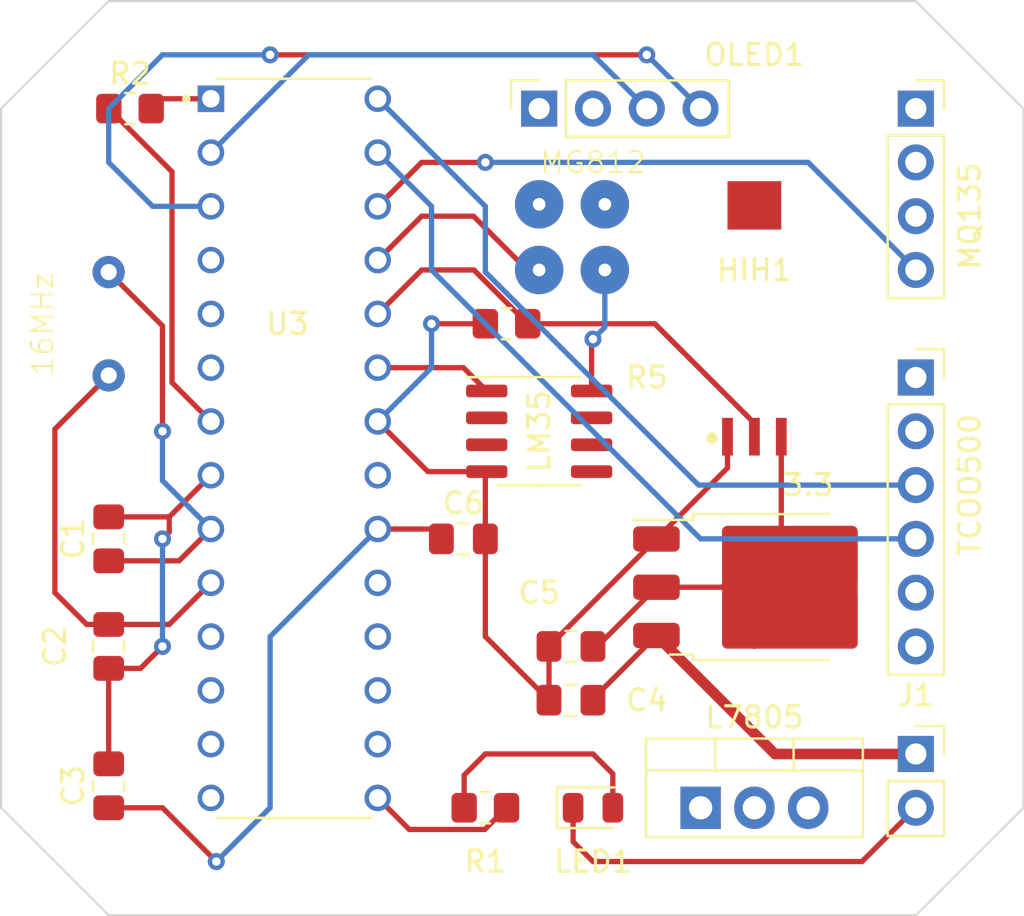
<source format=kicad_pcb>
(kicad_pcb (version 20221018) (generator pcbnew)
  (layers (0 "F.Cu" signal) (1 "In1.Cu" power "GND") (2 "In2.Cu" power "PWR") (31 "B.Cu" signal "Outputs") (34 "B.Paste" user) (35 "F.Paste" user) (36 "B.SilkS" user "B.Silkscreen") (37 "F.SilkS" user "F.Silkscreen") (38 "B.Mask" user) (39 "F.Mask" user) (44 "Edge.Cuts" user))
  (net 0 "")
  (net 1 "Net-(U3-PB6(PCINT6{slash}XTAL1{slash}TOSC1))")
  (net 2 "Net-(U3-PB7(PCINT7{slash}XTAL2{slash}TOSC2))")
  (net 3 "/5V_PWR")
  (net 4 "/3V_PWR")
  (net 5 "/PWR")
  (net 6 "Net-(U3-PB1(OC1A{slash}PCINT1))")
  (net 7 "Net-(U3-PC6(PCINT14{slash}~{RESET}))")
  (net 8 "/Humidity_Out")
  (net 10 "Net-(OLED1-SCK)")
  (net 11 "Net-(OLED1-SDA)")
  (net 18 "/Temp_Out")
  (net 19 "/Co2_Out")
  (net 20 "/AirPoll_Out")
  (net 22 "Net-(TCOO500-SCL)")
  (net 23 "Net-(TCOO500-SDA)")
  (net 24 "Net-(LED1-A)")
  (net 30 "/GND")
  (footprint "Package_SO:SOIC-8_3.9x4.9mm_P1.27mm" (layer "F.Cu") (at 160.02 81.28)
    (fp_text reference "LM35" (at 0 0 270) (layer "F.SilkS"))
    (fp_text value "LM35-D")
    (fp_line (start 0 -2.56) (end -3.45 -2.56) (stroke (width 0.12)) (layer "F.SilkS"))
    (fp_line (start 0 -2.56) (end 1.95 -2.56) (stroke (width 0.12)) (layer "F.SilkS"))
    (fp_line (start 0 2.56) (end -1.95 2.56) (stroke (width 0.12)) (layer "F.SilkS"))
    (fp_line (start 0 2.56) (end 1.95 2.56) (stroke (width 0.12)) (layer "F.SilkS"))
    (pad "1" smd roundrect locked (at -2.475 -1.905) (size 1.95 0.6) (layers "F.Cu" "F.Paste" "F.Mask") (net 18 "/Temp_Out"))
    (pad "2" smd roundrect locked (at -2.475 -0.635) (size 1.95 0.6) (layers "F.Cu" "F.Paste" "F.Mask"))
    (pad "3" smd roundrect locked (at -2.475 0.635) (size 1.95 0.6) (layers "F.Cu" "F.Paste" "F.Mask"))
    (pad "4" smd roundrect locked (at -2.475 1.905) (size 1.95 0.6) (layers "F.Cu" "F.Paste" "F.Mask") (net 30 "/GND"))
    (pad "5" smd roundrect locked (at 2.475 1.905) (size 1.95 0.6) (layers "F.Cu" "F.Paste" "F.Mask"))
    (pad "6" smd roundrect locked (at 2.475 0.635) (size 1.95 0.6) (layers "F.Cu" "F.Paste" "F.Mask"))
    (pad "7" smd roundrect locked (at 2.475 -0.635) (size 1.95 0.6) (layers "F.Cu" "F.Paste" "F.Mask"))
    (pad "8" smd roundrect locked (at 2.475 -1.905) (size 1.95 0.6) (layers "F.Cu" "F.Paste" "F.Mask") (net 3 "/5V_PWR"))
  )
  (footprint "LED_SMD:LED_0805_2012Metric" (layer "F.Cu") (at 162.56 99.06)
    (fp_text reference "LED1" (at 0 2.54) (layer "F.SilkS"))
    (fp_text value "LED")
    (fp_line (start -1.685 -0.96) (end -1.685 0.96) (stroke (width 0.12)) (layer "F.SilkS"))
    (fp_line (start -1.685 0.96) (end 1 0.96) (stroke (width 0.12)) (layer "F.SilkS"))
    (fp_line (start 1 -0.96) (end -1.685 -0.96) (stroke (width 0.12)) (layer "F.SilkS"))
    (pad "1" smd roundrect locked (at -0.9375 0) (size 0.975 1.4) (layers "F.Cu" "F.Paste" "F.Mask") (net 30 "/GND"))
    (pad "2" smd roundrect locked (at 0.9375 0) (size 0.975 1.4) (layers "F.Cu" "F.Paste" "F.Mask") (net 24 "Net-(LED1-A)"))
  )
  (footprint "Capacitor_SMD:C_0805_2012Metric_Pad1.18x1.45mm_HandSolder" (layer "F.Cu") (at 139.7 91.44 -90)
    (fp_text reference "C2" (at 0 2.54 90) (layer "F.SilkS"))
    (fp_text value "22p")
    (fp_line (start -0.261252 -0.735) (end 0.261252 -0.735) (stroke (width 0.12)) (layer "F.SilkS"))
    (fp_line (start -0.261252 0.735) (end 0.261252 0.735) (stroke (width 0.12)) (layer "F.SilkS"))
    (pad "1" smd roundrect locked (at -1.0375 0 270) (size 1.175 1.45) (layers "F.Cu" "F.Paste" "F.Mask") (roundrect_rratio 0.2127659574) (net 2 "Net-(U3-PB7(PCINT7{slash}XTAL2{slash}TOSC2))"))
    (pad "2" smd roundrect locked (at 1.0375 0 270) (size 1.175 1.45) (layers "F.Cu" "F.Paste" "F.Mask") (roundrect_rratio 0.2127659574) (net 30 "/GND"))
  )
  (footprint "Package_TO_SOT_SMD:TO-252-3_TabPin2" (layer "F.Cu") (at 170.595 88.645)
    (fp_text reference "3.3" (at 2.125 -4.825 180) (layer "F.SilkS"))
    (fp_text value "LM1117DT-3.3")
    (fp_line (start -3.31 -3.45) (end -3.31 -3.18) (stroke (width 0.12)) (layer "F.SilkS"))
    (fp_line (start -3.31 -3.18) (end -6.14 -3.18) (stroke (width 0.12)) (layer "F.SilkS"))
    (fp_line (start -3.31 3.18) (end -4.41 3.18) (stroke (width 0.12)) (layer "F.SilkS"))
    (fp_line (start -3.31 3.45) (end -3.31 3.18) (stroke (width 0.12)) (layer "F.SilkS"))
    (fp_line (start 3.11 -3.45) (end -3.31 -3.45) (stroke (width 0.12)) (layer "F.SilkS"))
    (fp_line (start 3.11 3.45) (end -3.31 3.45) (stroke (width 0.12)) (layer "F.SilkS"))
    (pad "1" smd roundrect locked (at -5.04 -2.28) (size 2.2 1.2) (layers "F.Cu" "F.Paste" "F.Mask") (roundrect_rratio 0.2083333333) (net 30 "/GND"))
    (pad "2" smd roundrect locked (at -5.04 0) (size 2.2 1.2) (layers "F.Cu" "F.Paste" "F.Mask") (roundrect_rratio 0.2083333333) (net 4 "/3V_PWR"))
    (pad "2" smd roundrect locked (at -0.415 -1.525) (size 3.05 2.75) (layers "F.Cu" "F.Paste") (roundrect_rratio 0.09090909091) (net 4 "/3V_PWR"))
    (pad "2" smd roundrect locked (at -0.415 1.525) (size 3.05 2.75) (layers "F.Cu" "F.Paste") (roundrect_rratio 0.09090909091) (net 4 "/3V_PWR"))
    (pad "2" smd roundrect locked (at 1.26 0) (size 6.4 5.8) (layers "F.Cu" "F.Mask") (roundrect_rratio 0.04310293103) (net 4 "/3V_PWR"))
    (pad "2" smd roundrect locked (at 2.935 -1.525) (size 3.05 2.75) (layers "F.Cu" "F.Paste") (roundrect_rratio 0.09090909091) (net 4 "/3V_PWR"))
    (pad "2" smd roundrect locked (at 2.935 1.525) (size 3.05 2.75) (layers "F.Cu" "F.Paste") (roundrect_rratio 0.09090909091) (net 4 "/3V_PWR"))
    (pad "3" smd roundrect locked (at -5.04 2.28) (size 2.2 1.2) (layers "F.Cu" "F.Paste" "F.Mask") (roundrect_rratio 0.2083333333) (net 5 "/PWR"))
  )
  (footprint "Capacitor_SMD:C_0805_2012Metric_Pad1.18x1.45mm_HandSolder" (layer "F.Cu") (at 156.4425 86.36)
    (fp_text reference "C6" (at 0 -1.68) (layer "F.SilkS"))
    (fp_text value "100n")
    (fp_line (start -0.261252 -0.735) (end 0.261252 -0.735) (stroke (width 0.12)) (layer "F.SilkS"))
    (fp_line (start -0.261252 0.735) (end 0.261252 0.735) (stroke (width 0.12)) (layer "F.SilkS"))
    (pad "1" smd roundrect locked (at -1.0375 0) (size 1.175 1.45) (layers "F.Cu" "F.Paste" "F.Mask") (roundrect_rratio 0.2127659574) (net 3 "/5V_PWR"))
    (pad "2" smd roundrect locked (at 1.0375 0) (size 1.175 1.45) (layers "F.Cu" "F.Paste" "F.Mask") (roundrect_rratio 0.2127659574) (net 30 "/GND"))
  )
  (footprint "Connector_PinSocket_2.54mm:PinSocket_1x02_P2.54mm_Vertical" (layer "F.Cu") (at 177.8 96.52)
    (fp_text reference "J1" (at 0 -2.77) (layer "F.SilkS"))
    (fp_text value "Conn_01x02_Socket")
    (fp_line (start -1.33 1.27) (end -1.33 3.87) (stroke (width 0.12)) (layer "F.SilkS"))
    (fp_line (start -1.33 1.27) (end 1.33 1.27) (stroke (width 0.12)) (layer "F.SilkS"))
    (fp_line (start -1.33 3.87) (end 1.33 3.87) (stroke (width 0.12)) (layer "F.SilkS"))
    (fp_line (start 0 -1.33) (end 1.33 -1.33) (stroke (width 0.12)) (layer "F.SilkS"))
    (fp_line (start 1.33 -1.33) (end 1.33 0) (stroke (width 0.12)) (layer "F.SilkS"))
    (fp_line (start 1.33 1.27) (end 1.33 3.87) (stroke (width 0.12)) (layer "F.SilkS"))
    (pad "1" thru_hole rect locked (at 0 0) (size 1.7 1.7) (drill 1) (layers "*.Cu" "*.Mask") (net 5 "/PWR"))
    (pad "2" thru_hole oval locked (at 0 2.54) (size 1.7 1.7) (drill 1) (layers "*.Cu" "*.Mask") (net 30 "/GND"))
  )
  (footprint "ATMEGA328-PU:DIP787W46P254L3467H508Q28" (layer "F.Cu") (at 148.463 82.085)
    (fp_text reference "U3" (at -0.325 -5.885) (layer "F.SilkS"))
    (fp_text value "ATMEGA328-PU")
    (fp_line (start -3.6195 -17.455) (end 3.6195 -17.455) (stroke (width 0.127)) (layer "F.SilkS"))
    (fp_line (start -3.6195 17.455) (end 3.6195 17.455) (stroke (width 0.127)) (layer "F.SilkS"))
    (fp_circle (center -5.1 -16.51) (end -5 -16.51) (stroke (width 0.2)) (fill none) (layer "F.SilkS"))
    (pad "1" thru_hole rect locked (at -3.937 -16.51) (size 1.25 1.25) (drill 0.83) (layers "*.Cu" "*.Mask") (net 7 "Net-(U3-PC6(PCINT14{slash}~{RESET}))"))
    (pad "2" thru_hole circle locked (at -3.937 -13.97) (size 1.25 1.25) (drill 0.83) (layers "*.Cu" "*.Mask") (net 10 "Net-(OLED1-SCK)"))
    (pad "3" thru_hole circle locked (at -3.937 -11.43) (size 1.25 1.25) (drill 0.83) (layers "*.Cu" "*.Mask") (net 11 "Net-(OLED1-SDA)"))
    (pad "4" thru_hole circle locked (at -3.937 -8.89) (size 1.25 1.25) (drill 0.83) (layers "*.Cu" "*.Mask"))
    (pad "5" thru_hole circle locked (at -3.937 -6.35) (size 1.25 1.25) (drill 0.83) (layers "*.Cu" "*.Mask"))
    (pad "6" thru_hole circle locked (at -3.937 -3.81) (size 1.25 1.25) (drill 0.83) (layers "*.Cu" "*.Mask"))
    (pad "7" thru_hole circle locked (at -3.937 -1.27) (size 1.25 1.25) (drill 0.83) (layers "*.Cu" "*.Mask") (net 3 "/5V_PWR"))
    (pad "8" thru_hole circle locked (at -3.937 1.27) (size 1.25 1.25) (drill 0.83) (layers "*.Cu" "*.Mask") (net 30 "/GND"))
    (pad "9" thru_hole circle locked (at -3.937 3.81) (size 1.25 1.25) (drill 0.83) (layers "*.Cu" "*.Mask") (net 1 "Net-(U3-PB6(PCINT6{slash}XTAL1{slash}TOSC1))"))
    (pad "10" thru_hole circle locked (at -3.937 6.35) (size 1.25 1.25) (drill 0.83) (layers "*.Cu" "*.Mask") (net 2 "Net-(U3-PB7(PCINT7{slash}XTAL2{slash}TOSC2))"))
    (pad "11" thru_hole circle locked (at -3.937 8.89) (size 1.25 1.25) (drill 0.83) (layers "*.Cu" "*.Mask"))
    (pad "12" thru_hole circle locked (at -3.937 11.43) (size 1.25 1.25) (drill 0.83) (layers "*.Cu" "*.Mask"))
    (pad "13" thru_hole circle locked (at -3.937 13.97) (size 1.25 1.25) (drill 0.83) (layers "*.Cu" "*.Mask"))
    (pad "14" thru_hole circle locked (at -3.937 16.51) (size 1.25 1.25) (drill 0.83) (layers "*.Cu" "*.Mask"))
    (pad "15" thru_hole circle locked (at 3.937 16.51) (size 1.25 1.25) (drill 0.83) (layers "*.Cu" "*.Mask") (net 6 "Net-(U3-PB1(OC1A{slash}PCINT1))"))
    (pad "16" thru_hole circle locked (at 3.937 13.97) (size 1.25 1.25) (drill 0.83) (layers "*.Cu" "*.Mask"))
    (pad "17" thru_hole circle locked (at 3.937 11.43) (size 1.25 1.25) (drill 0.83) (layers "*.Cu" "*.Mask"))
    (pad "18" thru_hole circle locked (at 3.937 8.89) (size 1.25 1.25) (drill 0.83) (layers "*.Cu" "*.Mask"))
    (pad "19" thru_hole circle locked (at 3.937 6.35) (size 1.25 1.25) (drill 0.83) (layers "*.Cu" "*.Mask"))
    (pad "20" thru_hole circle locked (at 3.937 3.81) (size 1.25 1.25) (drill 0.83) (layers "*.Cu" "*.Mask") (net 3 "/5V_PWR"))
    (pad "21" thru_hole circle locked (at 3.937 1.27) (size 1.25 1.25) (drill 0.83) (layers "*.Cu" "*.Mask") (net 3 "/5V_PWR"))
    (pad "22" thru_hole circle locked (at 3.937 -1.27) (size 1.25 1.25) (drill 0.83) (layers "*.Cu" "*.Mask") (net 30 "/GND"))
    (pad "23" thru_hole circle locked (at 3.937 -3.81) (size 1.25 1.25) (drill 0.83) (layers "*.Cu" "*.Mask") (net 18 "/Temp_Out"))
    (pad "24" thru_hole circle locked (at 3.937 -6.35) (size 1.25 1.25) (drill 0.83) (layers "*.Cu" "*.Mask") (net 8 "/Humidity_Out"))
    (pad "25" thru_hole circle locked (at 3.937 -8.89) (size 1.25 1.25) (drill 0.83) (layers "*.Cu" "*.Mask") (net 19 "/Co2_Out"))
    (pad "26" thru_hole circle locked (at 3.937 -11.43) (size 1.25 1.25) (drill 0.83) (layers "*.Cu" "*.Mask") (net 20 "/AirPoll_Out"))
    (pad "27" thru_hole circle locked (at 3.937 -13.97) (size 1.25 1.25) (drill 0.83) (layers "*.Cu" "*.Mask") (net 23 "Net-(TCOO500-SDA)"))
    (pad "28" thru_hole circle locked (at 3.937 -16.51) (size 1.25 1.25) (drill 0.83) (layers "*.Cu" "*.Mask") (net 22 "Net-(TCOO500-SCL)"))
  )
  (footprint "Connector_PinSocket_2.54mm:PinSocket_1x04_P2.54mm_Vertical" (layer "F.Cu") (at 160.02 66.04 90)
    (fp_text reference "OLED1" (at 2.54 10.16 180) (layer "F.SilkS"))
    (fp_text value "~")
    (fp_line (start -1.33 1.27) (end -1.33 8.95) (stroke (width 0.12)) (layer "F.SilkS"))
    (fp_line (start -1.33 1.27) (end 1.33 1.27) (stroke (width 0.12)) (layer "F.SilkS"))
    (fp_line (start -1.33 8.95) (end 1.33 8.95) (stroke (width 0.12)) (layer "F.SilkS"))
    (fp_line (start 0 -1.33) (end 1.33 -1.33) (stroke (width 0.12)) (layer "F.SilkS"))
    (fp_line (start 1.33 -1.33) (end 1.33 0) (stroke (width 0.12)) (layer "F.SilkS"))
    (fp_line (start 1.33 1.27) (end 1.33 8.95) (stroke (width 0.12)) (layer "F.SilkS"))
    (pad "1" thru_hole rect locked (at 0 0 90) (size 1.7 1.7) (drill 1) (layers "*.Cu" "*.Mask") (net 30 "/GND"))
    (pad "2" thru_hole oval locked (at 0 2.54 90) (size 1.7 1.7) (drill 1) (layers "*.Cu" "*.Mask") (net 3 "/5V_PWR"))
    (pad "3" thru_hole oval locked (at 0 5.08 90) (size 1.7 1.7) (drill 1) (layers "*.Cu" "*.Mask") (net 10 "Net-(OLED1-SCK)"))
    (pad "4" thru_hole oval locked (at 0 7.62 90) (size 1.7 1.7) (drill 1) (layers "*.Cu" "*.Mask") (net 11 "Net-(OLED1-SDA)"))
  )
  (footprint "Package_TO_SOT_THT:TO-220-3_Vertical" (layer "F.Cu") (at 167.64 99.06)
    (fp_text reference "L7805" (at 2.54 -4.27) (layer "F.SilkS"))
    (fp_text value "L7805")
    (fp_line (start -2.58 -3.27) (end -2.58 1.371) (stroke (width 0.12)) (layer "F.SilkS"))
    (fp_line (start -2.58 -3.27) (end 7.66 -3.27) (stroke (width 0.12)) (layer "F.SilkS"))
    (fp_line (start -2.58 -1.76) (end 7.66 -1.76) (stroke (width 0.12)) (layer "F.SilkS"))
    (fp_line (start -2.58 1.371) (end 7.66 1.371) (stroke (width 0.12)) (layer "F.SilkS"))
    (fp_line (start 0.69 -3.27) (end 0.69 -1.76) (stroke (width 0.12)) (layer "F.SilkS"))
    (fp_line (start 4.391 -3.27) (end 4.391 -1.76) (stroke (width 0.12)) (layer "F.SilkS"))
    (fp_line (start 7.66 -3.27) (end 7.66 1.371) (stroke (width 0.12)) (layer "F.SilkS"))
    (pad "1" thru_hole rect locked (at 0 0) (size 1.905 2) (drill 1.1) (layers "*.Cu" "*.Mask") (net 5 "/PWR"))
    (pad "2" thru_hole oval locked (at 2.54 0) (size 1.905 2) (drill 1.1) (layers "*.Cu" "*.Mask") (net 30 "/GND"))
    (pad "3" thru_hole oval locked (at 5.08 0) (size 1.905 2) (drill 1.1) (layers "*.Cu" "*.Mask") (net 3 "/5V_PWR"))
  )
  (footprint "Resistor_SMD:R_0805_2012Metric_Pad1.20x1.40mm_HandSolder" (layer "F.Cu") (at 158.48 76.2)
    (fp_text reference "R5" (at 6.62 2.54 180) (layer "F.SilkS"))
    (fp_text value "65k")
    (fp_line (start -0.227064 -0.735) (end 0.227064 -0.735) (stroke (width 0.12)) (layer "F.SilkS"))
    (fp_line (start -0.227064 0.735) (end 0.227064 0.735) (stroke (width 0.12)) (layer "F.SilkS"))
    (pad "1" smd roundrect locked (at -1 0) (size 1.2 1.4) (layers "F.Cu" "F.Paste" "F.Mask") (roundrect_rratio 0.2083333333) (net 30 "/GND"))
    (pad "2" smd roundrect locked (at 1 0) (size 1.2 1.4) (layers "F.Cu" "F.Paste" "F.Mask") (roundrect_rratio 0.2083333333) (net 8 "/Humidity_Out"))
  )
  (footprint "Capacitor_SMD:C_0805_2012Metric_Pad1.18x1.45mm_HandSolder" (layer "F.Cu") (at 161.5225 93.98 180)
    (fp_text reference "C4" (at -3.5775 0) (layer "F.SilkS"))
    (fp_text value "10u")
    (fp_line (start -0.261252 -0.735) (end 0.261252 -0.735) (stroke (width 0.12)) (layer "F.SilkS"))
    (fp_line (start -0.261252 0.735) (end 0.261252 0.735) (stroke (width 0.12)) (layer "F.SilkS"))
    (pad "1" smd roundrect locked (at -1.0375 0 180) (size 1.175 1.45) (layers "F.Cu" "F.Paste" "F.Mask") (roundrect_rratio 0.2127659574) (net 5 "/PWR"))
    (pad "2" smd roundrect locked (at 1.0375 0 180) (size 1.175 1.45) (layers "F.Cu" "F.Paste" "F.Mask") (roundrect_rratio 0.2127659574) (net 30 "/GND"))
  )
  (footprint "Capacitor_SMD:C_0805_2012Metric_Pad1.18x1.45mm_HandSolder" (layer "F.Cu") (at 139.7 86.36 90)
    (fp_text reference "C1" (at 0 -1.68 90) (layer "F.SilkS"))
    (fp_text value "22p")
    (fp_line (start -0.261252 -0.735) (end 0.261252 -0.735) (stroke (width 0.12)) (layer "F.SilkS"))
    (fp_line (start -0.261252 0.735) (end 0.261252 0.735) (stroke (width 0.12)) (layer "F.SilkS"))
    (pad "1" smd roundrect locked (at -1.0375 0 90) (size 1.175 1.45) (layers "F.Cu" "F.Paste" "F.Mask") (roundrect_rratio 0.2127659574) (net 1 "Net-(U3-PB6(PCINT6{slash}XTAL1{slash}TOSC1))"))
    (pad "2" smd roundrect locked (at 1.0375 0 90) (size 1.175 1.45) (layers "F.Cu" "F.Paste" "F.Mask") (roundrect_rratio 0.2127659574) (net 30 "/GND"))
  )
  (footprint "16Mhz_new:16MHzbygiri" (layer "F.Cu") (at 139.7 76.2 90)
    (fp_text reference "16MHZ_C1" hide)
    (fp_text value "~")
    (fp_text user "16MHz" (at -2.54 -2.54 90 unlocked) (layer "F.SilkS") (effects (font (thickness 0.1)) (justify left bottom)))
    (pad "1" thru_hole oval locked (at -2.44 0 90) (size 1.524 1.524) (drill oval 0.762) (layers "*.Cu" "*.Mask") (net 2 "Net-(U3-PB7(PCINT7{slash}XTAL2{slash}TOSC2))"))
    (pad "2" thru_hole oval locked (at 2.44 0 90) (size 1.524 1.524) (drill oval 0.762) (layers "*.Cu" "*.Mask") (net 1 "Net-(U3-PB6(PCINT6{slash}XTAL1{slash}TOSC1))"))
  )
  (footprint "Capacitor_SMD:C_0805_2012Metric_Pad1.18x1.45mm_HandSolder" (layer "F.Cu") (at 161.5225 91.44 180)
    (fp_text reference "C5" (at 1.5025 2.54) (layer "F.SilkS"))
    (fp_text value "10u ")
    (fp_line (start -0.261252 -0.735) (end 0.261252 -0.735) (stroke (width 0.12)) (layer "F.SilkS"))
    (fp_line (start -0.261252 0.735) (end 0.261252 0.735) (stroke (width 0.12)) (layer "F.SilkS"))
    (pad "1" smd roundrect locked (at -1.0375 0 180) (size 1.175 1.45) (layers "F.Cu" "F.Paste" "F.Mask") (roundrect_rratio 0.2127659574) (net 4 "/3V_PWR"))
    (pad "2" smd roundrect locked (at 1.0375 0 180) (size 1.175 1.45) (layers "F.Cu" "F.Paste" "F.Mask") (roundrect_rratio 0.2127659574) (net 30 "/GND"))
  )
  (footprint "Resistor_SMD:R_0805_2012Metric_Pad1.20x1.40mm_HandSolder" (layer "F.Cu") (at 157.48 99.06)
    (fp_text reference "R1" (at 0 2.54) (layer "F.SilkS"))
    (fp_text value "100")
    (fp_line (start -0.227064 -0.735) (end 0.227064 -0.735) (stroke (width 0.12)) (layer "F.SilkS"))
    (fp_line (start -0.227064 0.735) (end 0.227064 0.735) (stroke (width 0.12)) (layer "F.SilkS"))
    (pad "1" smd roundrect locked (at -1 0) (size 1.2 1.4) (layers "F.Cu" "F.Paste" "F.Mask") (roundrect_rratio 0.2083333333) (net 24 "Net-(LED1-A)"))
    (pad "2" smd roundrect locked (at 1 0) (size 1.2 1.4) (layers "F.Cu" "F.Paste" "F.Mask") (roundrect_rratio 0.2083333333) (net 6 "Net-(U3-PB1(OC1A{slash}PCINT1))"))
  )
  (footprint "Resistor_SMD:R_0805_2012Metric_Pad1.20x1.40mm_HandSolder" (layer "F.Cu") (at 140.7075 66.04)
    (fp_text reference "R2" (at 0 -1.65) (layer "F.SilkS"))
    (fp_text value "10k")
    (fp_line (start -0.227064 -0.735) (end 0.227064 -0.735) (stroke (width 0.12)) (layer "F.SilkS"))
    (fp_line (start -0.227064 0.735) (end 0.227064 0.735) (stroke (width 0.12)) (layer "F.SilkS"))
    (pad "1" smd roundrect locked (at -1 0) (size 1.2 1.4) (layers "F.Cu" "F.Paste" "F.Mask") (roundrect_rratio 0.2083333333) (net 3 "/5V_PWR"))
    (pad "2" smd roundrect locked (at 1 0) (size 1.2 1.4) (layers "F.Cu" "F.Paste" "F.Mask") (roundrect_rratio 0.2083333333) (net 7 "Net-(U3-PC6(PCINT14{slash}~{RESET}))"))
  )
  (footprint "Capacitor_SMD:C_0805_2012Metric_Pad1.18x1.45mm_HandSolder" (layer "F.Cu") (at 139.7 98.0225 90)
    (fp_text reference "C3" (at 0 -1.68 90) (layer "F.SilkS"))
    (fp_text value "100u")
    (fp_line (start -0.261252 -0.735) (end 0.261252 -0.735) (stroke (width 0.12)) (layer "F.SilkS"))
    (fp_line (start -0.261252 0.735) (end 0.261252 0.735) (stroke (width 0.12)) (layer "F.SilkS"))
    (pad "1" smd roundrect locked (at -1.0375 0 90) (size 1.175 1.45) (layers "F.Cu" "F.Paste" "F.Mask") (roundrect_rratio 0.2127659574) (net 3 "/5V_PWR"))
    (pad "2" smd roundrect locked (at 1.0375 0 90) (size 1.175 1.45) (layers "F.Cu" "F.Paste" "F.Mask") (roundrect_rratio 0.2127659574) (net 30 "/GND"))
  )
  (footprint "Connector_PinSocket_2.54mm:PinSocket_1x06_P2.54mm_Vertical" (layer "F.Cu") (at 177.8 78.74)
    (fp_text reference "TCOO500" (at 2.54 5.08 90) (layer "F.SilkS"))
    (fp_text value "TC00500")
    (fp_line (start -1.33 1.27) (end -1.33 14.03) (stroke (width 0.12)) (layer "F.SilkS"))
    (fp_line (start -1.33 1.27) (end 1.33 1.27) (stroke (width 0.12)) (layer "F.SilkS"))
    (fp_line (start -1.33 14.03) (end 1.33 14.03) (stroke (width 0.12)) (layer "F.SilkS"))
    (fp_line (start 0 -1.33) (end 1.33 -1.33) (stroke (width 0.12)) (layer "F.SilkS"))
    (fp_line (start 1.33 -1.33) (end 1.33 0) (stroke (width 0.12)) (layer "F.SilkS"))
    (fp_line (start 1.33 1.27) (end 1.33 14.03) (stroke (width 0.12)) (layer "F.SilkS"))
    (pad "1" thru_hole rect locked (at 0 0) (size 1.7 1.7) (drill 1) (layers "*.Cu" "*.Mask"))
    (pad "2" thru_hole oval locked (at 0 2.54) (size 1.7 1.7) (drill 1) (layers "*.Cu" "*.Mask"))
    (pad "3" thru_hole oval locked (at 0 5.08) (size 1.7 1.7) (drill 1) (layers "*.Cu" "*.Mask") (net 22 "Net-(TCOO500-SCL)"))
    (pad "4" thru_hole oval locked (at 0 7.62) (size 1.7 1.7) (drill 1) (layers "*.Cu" "*.Mask") (net 23 "Net-(TCOO500-SDA)"))
    (pad "5" thru_hole oval locked (at 0 10.16) (size 1.7 1.7) (drill 1) (layers "*.Cu" "*.Mask") (net 3 "/5V_PWR"))
    (pad "6" thru_hole oval locked (at 0 12.7) (size 1.7 1.7) (drill 1) (layers "*.Cu" "*.Mask") (net 30 "/GND"))
  )
  (footprint "Connector_PinSocket_2.54mm:PinSocket_1x04_P2.54mm_Vertical" (layer "F.Cu") (at 177.8 66.04)
    (fp_text reference "MQ135" (at 2.54 5.08 90) (layer "F.SilkS"))
    (fp_text value "~")
    (fp_line (start -1.33 1.27) (end -1.33 8.95) (stroke (width 0.12)) (layer "F.SilkS"))
    (fp_line (start -1.33 1.27) (end 1.33 1.27) (stroke (width 0.12)) (layer "F.SilkS"))
    (fp_line (start -1.33 8.95) (end 1.33 8.95) (stroke (width 0.12)) (layer "F.SilkS"))
    (fp_line (start 0 -1.33) (end 1.33 -1.33) (stroke (width 0.12)) (layer "F.SilkS"))
    (fp_line (start 1.33 -1.33) (end 1.33 0) (stroke (width 0.12)) (layer "F.SilkS"))
    (fp_line (start 1.33 1.27) (end 1.33 8.95) (stroke (width 0.12)) (layer "F.SilkS"))
    (pad "1" thru_hole rect locked (at 0 0) (size 1.7 1.7) (drill 1) (layers "*.Cu" "*.Mask") (net 3 "/5V_PWR"))
    (pad "2" thru_hole oval locked (at 0 2.54) (size 1.7 1.7) (drill 1) (layers "*.Cu" "*.Mask") (net 30 "/GND"))
    (pad "3" thru_hole oval locked (at 0 5.08) (size 1.7 1.7) (drill 1) (layers "*.Cu" "*.Mask"))
    (pad "4" thru_hole oval locked (at 0 7.62) (size 1.7 1.7) (drill 1) (layers "*.Cu" "*.Mask") (net 20 "/AirPoll_Out"))
  )
  (footprint "HIH-5030-001:HONEYWELL_HIH-5030-001" (layer "F.Cu") (at 170.18 76.2)
    (fp_text reference "HIH1" (at 0 -2.54 180) (layer "F.SilkS") (effects (font (size 1.00285 1.00285))))
    (fp_text value "HIH-5030-001")
    (fp_circle (center -2 5.4) (end -1.86 5.4) (stroke (width 0.28)) (fill none) (layer "F.SilkS"))
    (pad "1" smd rect locked (at -1.27 5.335 90) (size 1.78 0.51) (layers "F.Cu" "F.Paste" "F.Mask") (net 30 "/GND"))
    (pad "2" smd rect locked (at 0 5.335 90) (size 1.78 0.51) (layers "F.Cu" "F.Paste" "F.Mask") (net 8 "/Humidity_Out"))
    (pad "3" smd rect locked (at 1.27 5.335 90) (size 1.78 0.51) (layers "F.Cu" "F.Paste" "F.Mask") (net 4 "/3V_PWR"))
    (pad "4" smd rect locked (at 0 -5.59) (size 2.54 2.29) (layers "F.Cu" "F.Paste" "F.Mask"))
  )
  (footprint "Mg812:MG812_co2" (layer "F.Cu") (at 161.57 72.11)
    (fp_text reference "MG812" (at 0.99 -3.53 unlocked) (layer "F.SilkS") (effects (font (thickness 0.1))))
    (fp_text value "~")
    (pad "1" thru_hole circle locked (at -1.55 -1.55) (size 2.286 2.286) (drill 0.6) (layers "*.Cu" "*.Mask") (net 3 "/5V_PWR"))
    (pad "2" thru_hole circle locked (at 1.55 -1.55) (size 2.286 2.286) (drill 0.6) (layers "*.Cu" "*.Mask") (net 30 "/GND"))
    (pad "3" thru_hole circle locked (at 1.55 1.55) (size 2.286 2.286) (drill 0.6) (layers "*.Cu" "*.Mask") (net 3 "/5V_PWR"))
    (pad "4" thru_hole circle locked (at -1.55 1.55) (size 2.286 2.286) (drill 0.6) (layers "*.Cu" "*.Mask") (net 19 "/Co2_Out"))
  )
  (gr_line locked (start 177.8 104.14) (end 182.88 99.06) (stroke (width 0.1)) (layer "Edge.Cuts"))
  (gr_line locked (start 177.8 60.96) (end 182.88 66.04) (stroke (width 0.1)) (layer "Edge.Cuts"))
  (gr_line locked (start 134.62 99.06) (end 134.62 66.04) (stroke (width 0.1)) (layer "Edge.Cuts"))
  (gr_line locked (start 182.88 66.04) (end 182.88 99.06) (stroke (width 0.1)) (layer "Edge.Cuts"))
  (gr_line locked (start 139.7 60.96) (end 177.8 60.96) (stroke (width 0.1)) (layer "Edge.Cuts"))
  (gr_line locked (start 177.8 104.14) (end 139.7 104.14) (stroke (width 0.1)) (layer "Edge.Cuts"))
  (gr_line locked (start 134.62 66.04) (end 139.7 60.96) (stroke (width 0.1)) (layer "Edge.Cuts"))
  (gr_line locked (start 139.7 104.14) (end 134.62 99.06) (stroke (width 0.1)) (layer "Edge.Cuts"))
  (segment locked (start 139.7 73.76) (end 142.24 76.3) (width 0.25) (layer "F.Cu") (net 1))
  (segment locked (start 139.7 87.3975) (end 143.0235 87.3975) (width 0.25) (layer "F.Cu") (net 1))
  (segment locked (start 142.24 76.3) (end 142.24 81.28) (width 0.25) (layer "F.Cu") (net 1))
  (segment locked (start 143.0235 87.3975) (end 144.526 85.895) (width 0.25) (layer "F.Cu") (net 1))
  (via locked (at 142.24 81.28) (size 0.8) (drill 0.4) (layers "F.Cu" "B.Cu") (net 1))
  (segment locked (start 142.24 81.28) (end 142.24 83.609) (width 0.25) (layer "B.Cu") (net 1))
  (segment locked (start 142.24 83.609) (end 144.526 85.895) (width 0.25) (layer "B.Cu") (net 1))
  (segment locked (start 138.6625 90.4025) (end 139.7 90.4025) (width 0.25) (layer "F.Cu") (net 2))
  (segment locked (start 139.7 78.64) (end 137.16 81.18) (width 0.25) (layer "F.Cu") (net 2))
  (segment locked (start 137.16 88.9) (end 138.6625 90.4025) (width 0.25) (layer "F.Cu") (net 2))
  (segment locked (start 142.5585 90.4025) (end 144.526 88.435) (width 0.25) (layer "F.Cu") (net 2))
  (segment locked (start 139.7 90.4025) (end 142.5585 90.4025) (width 0.25) (layer "F.Cu") (net 2))
  (segment locked (start 137.16 81.18) (end 137.16 88.9) (width 0.25) (layer "F.Cu") (net 2))
  (segment locked (start 144.78 101.6) (end 142.24 99.06) (width 0.25) (layer "F.Cu") (net 3))
  (segment locked (start 142.24 99.06) (end 139.7 99.06) (width 0.25) (layer "F.Cu") (net 3))
  (segment locked (start 162.495 79.375) (end 162.495 76.99) (width 0.25) (layer "F.Cu") (net 3))
  (segment locked (start 142.69 78.979) (end 144.526 80.815) (width 0.25) (layer "F.Cu") (net 3))
  (segment locked (start 162.495 76.99) (end 162.56 76.925) (width 0.25) (layer "F.Cu") (net 3))
  (segment locked (start 142.69 69.0225) (end 142.69 78.979) (width 0.25) (layer "F.Cu") (net 3))
  (segment locked (start 139.7075 66.04) (end 142.69 69.0225) (width 0.25) (layer "F.Cu") (net 3))
  (segment locked (start 152.4 85.895) (end 154.94 85.895) (width 0.25) (layer "F.Cu") (net 3))
  (segment locked (start 154.94 85.895) (end 155.405 86.36) (width 0.25) (layer "F.Cu") (net 3))
  (via locked (at 162.56 76.925) (size 0.8) (drill 0.4) (layers "F.Cu" "B.Cu") (net 3))
  (via locked (at 144.78 101.6) (size 0.8) (drill 0.4) (layers "F.Cu" "B.Cu") (net 3))
  (segment locked (start 163.12 76.365) (end 163.12 73.66) (width 0.25) (layer "B.Cu") (net 3))
  (segment locked (start 147.32 91.44) (end 147.32 99.06) (width 0.25) (layer "B.Cu") (net 3))
  (segment locked (start 152.4 85.895) (end 147.32 90.975) (width 0.25) (layer "B.Cu") (net 3))
  (segment locked (start 162.56 76.925) (end 163.12 76.365) (width 0.25) (layer "B.Cu") (net 3))
  (segment locked (start 147.32 90.975) (end 147.32 91.44) (width 0.25) (layer "B.Cu") (net 3))
  (segment locked (start 147.32 99.06) (end 144.78 101.6) (width 0.25) (layer "B.Cu") (net 3))
  (segment locked (start 171.45 81.535) (end 171.45 85.85) (width 0.25) (layer "F.Cu") (net 4))
  (segment locked (start 168.655 88.645) (end 170.18 87.12) (width 0.25) (layer "F.Cu") (net 4))
  (segment locked (start 171.45 85.85) (end 170.18 87.12) (width 0.25) (layer "F.Cu") (net 4))
  (segment locked (start 162.56 91.44) (end 162.76 91.44) (width 0.25) (layer "F.Cu") (net 4))
  (segment locked (start 170.18 91.44) (end 170.18 90.17) (width 0.25) (layer "F.Cu") (net 4))
  (segment locked (start 162.76 91.44) (end 165.555 88.645) (width 0.25) (layer "F.Cu") (net 4))
  (segment locked (start 165.555 88.645) (end 168.655 88.645) (width 0.25) (layer "F.Cu") (net 4))
  (segment locked (start 162.56 93.98) (end 162.56 93.92) (width 0.25) (layer "F.Cu") (net 5))
  (segment locked (start 162.56 93.92) (end 165.555 90.925) (width 0.25) (layer "F.Cu") (net 5))
  (segment locked (start 165.555 90.925) (end 171.15 96.52) (width 0.5) (layer "F.Cu") (net 5))
  (segment locked (start 171.15 96.52) (end 177.8 96.52) (width 0.5) (layer "F.Cu") (net 5))
  (segment locked (start 157.455 100.085) (end 158.48 99.06) (width 0.25) (layer "F.Cu") (net 6))
  (segment locked (start 152.4 98.595) (end 153.89 100.085) (width 0.25) (layer "F.Cu") (net 6))
  (segment locked (start 153.89 100.085) (end 157.455 100.085) (width 0.25) (layer "F.Cu") (net 6))
  (segment locked (start 142.1725 65.575) (end 141.7075 66.04) (width 0.25) (layer "F.Cu") (net 7))
  (segment locked (start 144.526 65.575) (end 142.1725 65.575) (width 0.25) (layer "F.Cu") (net 7))
  (segment locked (start 144.061 66.04) (end 144.526 65.575) (width 0.25) (layer "F.Cu") (net 7))
  (segment locked (start 156.94 73.66) (end 154.475 73.66) (width 0.25) (layer "F.Cu") (net 8))
  (segment locked (start 170.18 80.9) (end 165.48 76.2) (width 0.25) (layer "F.Cu") (net 8))
  (segment locked (start 165.48 76.2) (end 159.48 76.2) (width 0.25) (layer "F.Cu") (net 8))
  (segment locked (start 170.18 81.535) (end 170.18 80.9) (width 0.25) (layer "F.Cu") (net 8))
  (segment locked (start 159.48 76.2) (end 156.94 73.66) (width 0.25) (layer "F.Cu") (net 8))
  (segment locked (start 154.475 73.66) (end 152.4 75.735) (width 0.25) (layer "F.Cu") (net 8))
  (segment locked (start 165.1 66.04) (end 162.56 63.5) (width 0.25) (layer "B.Cu") (net 10))
  (segment locked (start 149.141 63.5) (end 144.526 68.115) (width 0.25) (layer "B.Cu") (net 10))
  (segment locked (start 162.56 63.5) (end 149.141 63.5) (width 0.25) (layer "B.Cu") (net 10))
  (segment locked (start 147.32 63.5) (end 165.1 63.5) (width 0.25) (layer "F.Cu") (net 11))
  (via locked (at 147.32 63.5) (size 0.8) (drill 0.4) (layers "F.Cu" "B.Cu") (net 11))
  (via locked (at 165.1 63.5) (size 0.8) (drill 0.4) (layers "F.Cu" "B.Cu") (net 11))
  (segment locked (start 139.7 66.04) (end 139.7 68.58) (width 0.25) (layer "B.Cu") (net 11))
  (segment locked (start 147.32 63.5) (end 142.24 63.5) (width 0.25) (layer "B.Cu") (net 11))
  (segment locked (start 142.24 63.5) (end 139.7 66.04) (width 0.25) (layer "B.Cu") (net 11))
  (segment locked (start 165.1 63.5) (end 167.64 66.04) (width 0.25) (layer "B.Cu") (net 11))
  (segment locked (start 141.775 70.655) (end 144.526 70.655) (width 0.25) (layer "B.Cu") (net 11))
  (segment locked (start 139.7 68.58) (end 141.775 70.655) (width 0.25) (layer "B.Cu") (net 11))
  (segment locked (start 152.4 78.275) (end 156.445 78.275) (width 0.25) (layer "F.Cu") (net 18))
  (segment locked (start 156.445 78.275) (end 157.545 79.375) (width 0.25) (layer "F.Cu") (net 18))
  (segment locked (start 154.475 71.12) (end 156.92 71.12) (width 0.25) (layer "F.Cu") (net 19))
  (segment locked (start 152.4 73.195) (end 154.475 71.12) (width 0.25) (layer "F.Cu") (net 19))
  (segment locked (start 156.92 71.12) (end 159.46 73.66) (width 0.25) (layer "F.Cu") (net 19))
  (segment locked (start 154.475 68.58) (end 152.4 70.655) (width 0.25) (layer "F.Cu") (net 20))
  (segment locked (start 157.48 68.58) (end 154.475 68.58) (width 0.25) (layer "F.Cu") (net 20))
  (via locked (at 157.48 68.58) (size 0.8) (drill 0.4) (layers "F.Cu" "B.Cu") (net 20))
  (segment locked (start 172.72 68.58) (end 157.48 68.58) (width 0.25) (layer "B.Cu") (net 20))
  (segment locked (start 177.8 73.66) (end 172.72 68.58) (width 0.25) (layer "B.Cu") (net 20))
  (segment locked (start 157.48 73.756066) (end 157.48 70.655) (width 0.25) (layer "B.Cu") (net 22))
  (segment locked (start 177.8 83.82) (end 167.543934 83.82) (width 0.25) (layer "B.Cu") (net 22))
  (segment locked (start 167.543934 83.82) (end 157.48 73.756066) (width 0.25) (layer "B.Cu") (net 22))
  (segment locked (start 157.48 70.655) (end 152.4 65.575) (width 0.25) (layer "B.Cu") (net 22))
  (segment locked (start 152.4 68.115) (end 154.94 70.655) (width 0.25) (layer "B.Cu") (net 23))
  (segment locked (start 154.94 70.655) (end 154.94 73.66) (width 0.25) (layer "B.Cu") (net 23))
  (segment locked (start 154.94 73.66) (end 167.64 86.36) (width 0.25) (layer "B.Cu") (net 23))
  (segment locked (start 167.64 86.36) (end 177.8 86.36) (width 0.25) (layer "B.Cu") (net 23))
  (segment locked (start 156.48 97.52) (end 157.48 96.52) (width 0.25) (layer "F.Cu") (net 24))
  (segment locked (start 156.48 99.06) (end 156.48 97.52) (width 0.25) (layer "F.Cu") (net 24))
  (segment locked (start 163.4975 97.4575) (end 163.4975 99.06) (width 0.25) (layer "F.Cu") (net 24))
  (segment locked (start 157.48 96.52) (end 162.56 96.52) (width 0.25) (layer "F.Cu") (net 24))
  (segment locked (start 162.56 96.52) (end 163.4975 97.4575) (width 0.25) (layer "F.Cu") (net 24))
  (segment locked (start 157.48 86.36) (end 157.48 83.25) (width 0.25) (layer "F.Cu") (net 30))
  (segment locked (start 160.485 91.44) (end 160.485 91.435) (width 0.25) (layer "F.Cu") (net 30))
  (segment locked (start 139.7 85.3225) (end 142.5585 85.3225) (width 0.25) (layer "F.Cu") (net 30))
  (segment locked (start 165.555 86.365) (end 168.91 83.01) (width 0.25) (layer "F.Cu") (net 30))
  (segment locked (start 154.77 83.185) (end 152.4 80.815) (width 0.25) (layer "F.Cu") (net 30))
  (segment locked (start 175.26 101.6) (end 177.8 99.06) (width 0.25) (layer "F.Cu") (net 30))
  (segment locked (start 161.6225 100.6625) (end 162.56 101.6) (width 0.25) (layer "F.Cu") (net 30))
  (segment locked (start 160.485 91.44) (end 160.485 93.98) (width 0.25) (layer "F.Cu") (net 30))
  (segment locked (start 168.91 83.01) (end 168.91 81.535) (width 0.25) (layer "F.Cu") (net 30))
  (segment locked (start 161.6225 99.06) (end 161.6225 100.6625) (width 0.25) (layer "F.Cu") (net 30))
  (segment locked (start 154.94 76.2) (end 157.48 76.2) (width 0.25) (layer "F.Cu") (net 30))
  (segment locked (start 141.2025 92.4775) (end 139.7 92.4775) (width 0.25) (layer "F.Cu") (net 30))
  (segment locked (start 142.24 91.44) (end 141.2025 92.4775) (width 0.25) (layer "F.Cu") (net 30))
  (segment locked (start 162.56 101.6) (end 175.26 101.6) (width 0.25) (layer "F.Cu") (net 30))
  (segment locked (start 142.5585 85.3225) (end 144.526 83.355) (width 0.25) (layer "F.Cu") (net 30))
  (segment locked (start 157.48 90.975) (end 160.485 93.98) (width 0.25) (layer "F.Cu") (net 30))
  (segment locked (start 139.7 92.4775) (end 139.7 96.985) (width 0.25) (layer "F.Cu") (net 30))
  (segment locked (start 160.485 91.435) (end 165.555 86.365) (width 0.25) (layer "F.Cu") (net 30))
  (segment locked (start 157.545 83.185) (end 154.77 83.185) (width 0.25) (layer "F.Cu") (net 30))
  (segment locked (start 157.48 83.25) (end 157.545 83.185) (width 0.25) (layer "F.Cu") (net 30))
  (segment locked (start 157.48 86.36) (end 157.48 90.975) (width 0.25) (layer "F.Cu") (net 30))
  (segment locked (start 142.5585 85.3225) (end 142.5585 86.0415) (width 0.25) (layer "F.Cu") (net 30))
  (segment locked (start 142.5585 86.0415) (end 142.24 86.36) (width 0.25) (layer "F.Cu") (net 30))
  (via locked (at 142.24 91.44) (size 0.8) (drill 0.4) (layers "F.Cu" "B.Cu") (net 30))
  (via locked (at 154.94 76.2) (size 0.8) (drill 0.4) (layers "F.Cu" "B.Cu") (net 30))
  (via locked (at 142.24 86.36) (size 0.8) (drill 0.4) (layers "F.Cu" "B.Cu") (net 30))
  (segment locked (start 152.4 80.815) (end 154.94 78.275) (width 0.25) (layer "B.Cu") (net 30))
  (segment locked (start 154.94 78.275) (end 154.94 76.2) (width 0.25) (layer "B.Cu") (net 30))
  (segment locked (start 142.24 86.36) (end 142.24 91.44) (width 0.25) (layer "B.Cu") (net 30))
)
</source>
